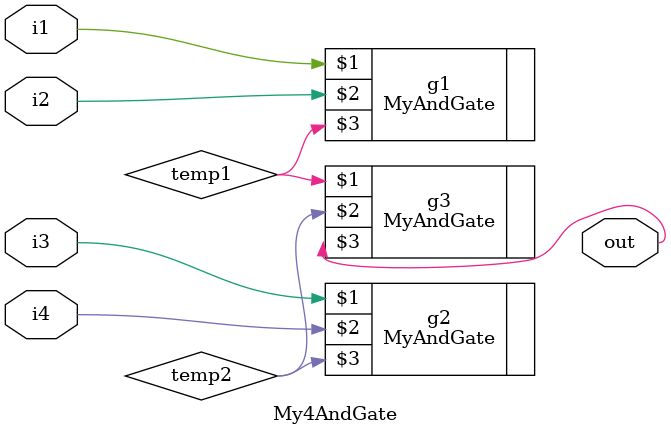
<source format=v>
`timescale 1ns / 1ps


module My4AndGate(
    input i1,
    input i2,
    input i3,
    input i4,
    output out
    );
    wire temp1, temp2;
    MyAndGate g1(i1, i2, temp1);
    MyAndGate g2(i3, i4, temp2);
    MyAndGate g3(temp1, temp2, out);
endmodule

</source>
